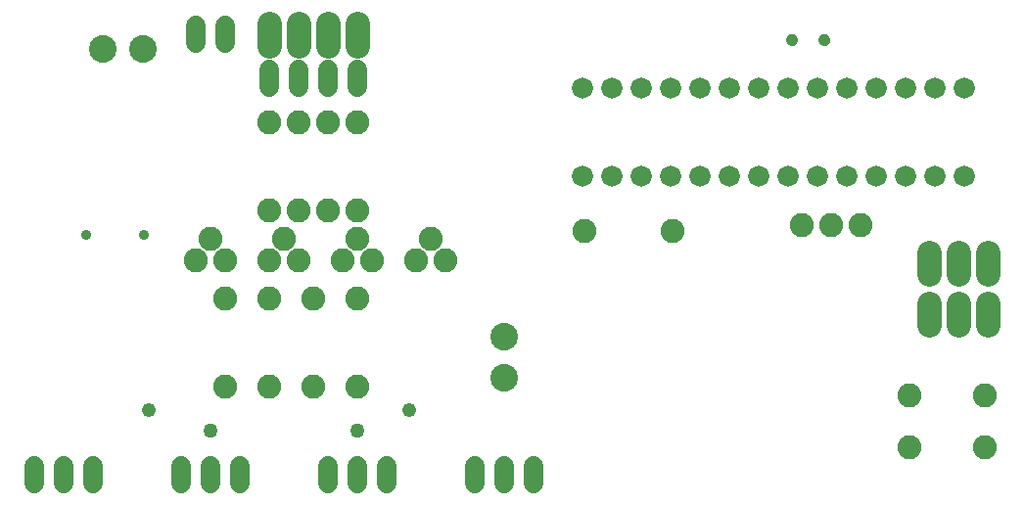
<source format=gbr>
G04 EAGLE Gerber RS-274X export*
G75*
%MOMM*%
%FSLAX34Y34*%
%LPD*%
%INSoldermask Top*%
%IPPOS*%
%AMOC8*
5,1,8,0,0,1.08239X$1,22.5*%
G01*
%ADD10C,0.894081*%
%ADD11C,0.900000*%
%ADD12C,2.387600*%
%ADD13C,1.727200*%
%ADD14C,2.082800*%
%ADD15C,2.082800*%
%ADD16C,1.828800*%
%ADD17C,1.259600*%
%ADD18C,1.209600*%

G36*
X706016Y434853D02*
X706016Y434853D01*
X706142Y434852D01*
X707153Y434991D01*
X707201Y435007D01*
X707291Y435026D01*
X708246Y435388D01*
X708289Y435414D01*
X708373Y435453D01*
X709223Y436017D01*
X709260Y436052D01*
X709332Y436109D01*
X710036Y436849D01*
X710064Y436891D01*
X710122Y436962D01*
X710643Y437840D01*
X710661Y437887D01*
X710702Y437969D01*
X711015Y438941D01*
X711022Y438991D01*
X711043Y439080D01*
X711132Y440098D01*
X711127Y440148D01*
X711128Y440239D01*
X710997Y441203D01*
X710981Y441251D01*
X710962Y441340D01*
X710620Y442251D01*
X710594Y442294D01*
X710555Y442378D01*
X710018Y443189D01*
X709983Y443225D01*
X709927Y443298D01*
X709223Y443970D01*
X709181Y443998D01*
X709110Y444056D01*
X708275Y444554D01*
X708227Y444572D01*
X708145Y444612D01*
X707220Y444912D01*
X707169Y444919D01*
X707080Y444941D01*
X706111Y445027D01*
X706064Y445023D01*
X705989Y445026D01*
X705013Y444924D01*
X704965Y444910D01*
X704875Y444894D01*
X703946Y444578D01*
X703902Y444554D01*
X703817Y444517D01*
X702982Y444003D01*
X702945Y443969D01*
X702870Y443915D01*
X702171Y443227D01*
X702141Y443186D01*
X702081Y443117D01*
X701552Y442290D01*
X701533Y442244D01*
X701489Y442163D01*
X701157Y441240D01*
X701149Y441190D01*
X701124Y441101D01*
X701006Y440127D01*
X701009Y440077D01*
X701005Y439991D01*
X701100Y438989D01*
X701114Y438940D01*
X701130Y438850D01*
X701446Y437894D01*
X701470Y437849D01*
X701506Y437765D01*
X702027Y436904D01*
X702060Y436866D01*
X702113Y436791D01*
X702813Y436067D01*
X702854Y436038D01*
X702923Y435977D01*
X703766Y435427D01*
X703812Y435407D01*
X703893Y435363D01*
X704837Y435015D01*
X704887Y435006D01*
X704975Y434981D01*
X705973Y434851D01*
X706016Y434853D01*
G37*
G36*
X734007Y434853D02*
X734007Y434853D01*
X734133Y434852D01*
X735144Y434991D01*
X735192Y435007D01*
X735282Y435026D01*
X736237Y435388D01*
X736280Y435414D01*
X736364Y435453D01*
X737214Y436017D01*
X737251Y436052D01*
X737323Y436109D01*
X738027Y436849D01*
X738055Y436891D01*
X738113Y436962D01*
X738634Y437840D01*
X738652Y437887D01*
X738693Y437969D01*
X739006Y438941D01*
X739013Y438991D01*
X739034Y439080D01*
X739123Y440098D01*
X739118Y440148D01*
X739119Y440239D01*
X738988Y441203D01*
X738972Y441251D01*
X738953Y441340D01*
X738611Y442251D01*
X738585Y442294D01*
X738546Y442378D01*
X738009Y443189D01*
X737974Y443225D01*
X737918Y443298D01*
X737214Y443970D01*
X737172Y443998D01*
X737101Y444056D01*
X736266Y444554D01*
X736218Y444572D01*
X736136Y444612D01*
X735211Y444912D01*
X735160Y444919D01*
X735071Y444941D01*
X734102Y445027D01*
X734055Y445023D01*
X733980Y445026D01*
X733004Y444924D01*
X732956Y444910D01*
X732866Y444894D01*
X731937Y444578D01*
X731893Y444554D01*
X731808Y444517D01*
X730973Y444003D01*
X730936Y443969D01*
X730861Y443915D01*
X730162Y443227D01*
X730132Y443186D01*
X730072Y443117D01*
X729543Y442290D01*
X729524Y442244D01*
X729480Y442163D01*
X729148Y441240D01*
X729140Y441190D01*
X729115Y441101D01*
X728997Y440127D01*
X729000Y440077D01*
X728996Y439991D01*
X729091Y438989D01*
X729105Y438940D01*
X729121Y438850D01*
X729437Y437894D01*
X729461Y437849D01*
X729497Y437765D01*
X730018Y436904D01*
X730051Y436866D01*
X730104Y436791D01*
X730804Y436067D01*
X730845Y436038D01*
X730914Y435977D01*
X731757Y435427D01*
X731803Y435407D01*
X731884Y435363D01*
X732828Y435015D01*
X732878Y435006D01*
X732966Y434981D01*
X733964Y434851D01*
X734007Y434853D01*
G37*
D10*
X95700Y271000D03*
D11*
X145700Y271000D03*
D12*
X457200Y183100D03*
X457200Y148100D03*
X145000Y431800D03*
X110000Y431800D03*
D13*
X101600Y71120D02*
X101600Y55880D01*
X76200Y55880D02*
X76200Y71120D01*
X50800Y71120D02*
X50800Y55880D01*
X228600Y55880D02*
X228600Y71120D01*
X203200Y71120D02*
X203200Y55880D01*
X177800Y55880D02*
X177800Y71120D01*
X482600Y71120D02*
X482600Y55880D01*
X457200Y55880D02*
X457200Y71120D01*
X431800Y71120D02*
X431800Y55880D01*
X355600Y55880D02*
X355600Y71120D01*
X330200Y71120D02*
X330200Y55880D01*
X304800Y55880D02*
X304800Y71120D01*
D14*
X215900Y215900D03*
X215900Y139700D03*
X254000Y368300D03*
X254000Y292100D03*
X190500Y249000D03*
X203200Y268050D03*
X215900Y249000D03*
X254000Y215900D03*
X254000Y139700D03*
X279400Y368300D03*
X279400Y292100D03*
X254000Y249000D03*
X266700Y268050D03*
X279400Y249000D03*
X330200Y215900D03*
X330200Y139700D03*
X330200Y368300D03*
X330200Y292100D03*
X381000Y249000D03*
X393700Y268050D03*
X406400Y249000D03*
X292100Y215900D03*
X292100Y139700D03*
X304800Y368300D03*
X304800Y292100D03*
X317500Y249000D03*
X330200Y268050D03*
X342900Y249000D03*
D13*
X330200Y398780D02*
X330200Y414020D01*
X304800Y414020D02*
X304800Y398780D01*
X279400Y398780D02*
X279400Y414020D01*
X254000Y414020D02*
X254000Y398780D01*
D15*
X330200Y435102D02*
X330200Y453898D01*
X304800Y453898D02*
X304800Y435102D01*
X279400Y435102D02*
X279400Y453898D01*
X254000Y453898D02*
X254000Y435102D01*
D13*
X215900Y436880D02*
X215900Y452120D01*
X190500Y452120D02*
X190500Y436880D01*
D16*
X524900Y321900D03*
X550300Y321900D03*
X575700Y321900D03*
X601100Y321900D03*
X626500Y321900D03*
X651900Y321900D03*
X677300Y321900D03*
X702700Y321900D03*
X728100Y321900D03*
X753500Y321900D03*
X778900Y321900D03*
X804300Y321900D03*
X829700Y321900D03*
X855100Y321900D03*
X855100Y398100D03*
X829700Y398100D03*
X804300Y398100D03*
X778900Y398100D03*
X753500Y398100D03*
X728100Y398100D03*
X702700Y398100D03*
X677300Y398100D03*
X651900Y398100D03*
X626500Y398100D03*
X601100Y398100D03*
X575700Y398100D03*
X550300Y398100D03*
X524900Y398100D03*
D14*
X526900Y275000D03*
X603100Y275000D03*
X807488Y132606D03*
X872512Y132606D03*
X807488Y87394D03*
X872512Y87394D03*
D15*
X824600Y193504D02*
X824600Y212300D01*
X824600Y237700D02*
X824600Y256496D01*
X850000Y212300D02*
X850000Y193504D01*
X850000Y237700D02*
X850000Y256496D01*
X875400Y212300D02*
X875400Y193504D01*
X875400Y237700D02*
X875400Y256496D01*
D14*
X740000Y280000D03*
X714600Y280000D03*
X765400Y280000D03*
D17*
X203200Y101600D03*
X330200Y101600D03*
D18*
X375000Y120000D03*
X150000Y120000D03*
M02*

</source>
